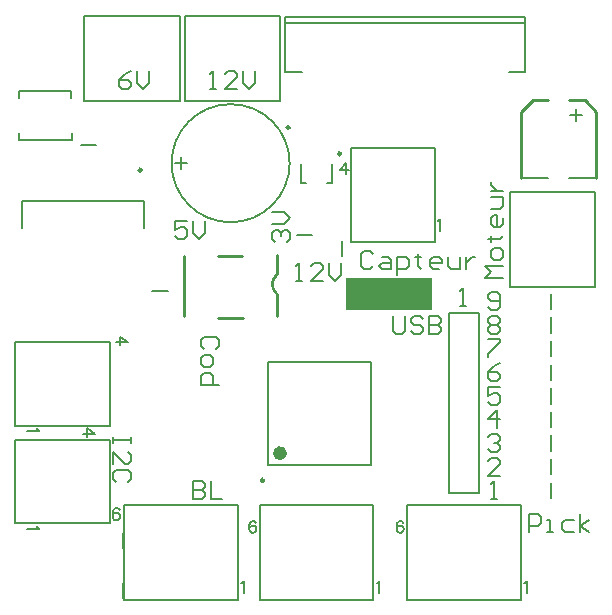
<source format=gto>
G04 Layer_Color=65535*
%FSLAX25Y25*%
%MOIN*%
G70*
G01*
G75*
%ADD23C,0.00787*%
%ADD45C,0.00984*%
%ADD46C,0.02362*%
%ADD47C,0.01000*%
%ADD48C,0.00500*%
%ADD49R,0.28543X0.10827*%
D23*
X171850Y-19134D02*
Y-630D01*
X91929Y-19134D02*
Y-630D01*
X171850D01*
X91929Y-2598D02*
X171850D01*
X91929Y-19134D02*
X97425D01*
X166433D02*
X171850D01*
X44980Y-70965D02*
Y-62106D01*
X4035D02*
X44980D01*
X4035Y-70965D02*
Y-62106D01*
X86221Y-150000D02*
X120472D01*
X86221Y-115748D02*
X120472D01*
X86221Y-150000D02*
Y-115748D01*
X120472Y-150000D02*
Y-115748D01*
X3051Y-25492D02*
X20669D01*
X3051Y-27756D02*
Y-25492D01*
X20669Y-27756D02*
Y-25492D01*
X3150Y-41634D02*
Y-39370D01*
X20768Y-41634D02*
Y-39370D01*
X3150Y-41634D02*
X20768D01*
X37992Y-177756D02*
Y-172638D01*
Y-194488D02*
Y-189370D01*
X110827Y-80315D02*
Y-75197D01*
X47638Y-91929D02*
X52756D01*
X23720Y-43406D02*
X28839D01*
X186516Y-54331D02*
X195669D01*
X170571Y-54429D02*
X179626D01*
X97244Y-56102D02*
Y-49705D01*
X107480Y-56102D02*
Y-49705D01*
X105709Y-56102D02*
X107480D01*
X97244D02*
X99016D01*
X95866Y-73425D02*
X100984D01*
X180512Y-161024D02*
Y-155905D01*
Y-153150D02*
Y-148031D01*
Y-145276D02*
Y-140157D01*
Y-137402D02*
Y-132283D01*
X180512Y-121653D02*
Y-116535D01*
Y-113779D02*
Y-108661D01*
Y-105905D02*
Y-100787D01*
X180512Y-98032D02*
Y-92913D01*
Y-129528D02*
Y-124409D01*
X146575Y-159331D02*
Y-99331D01*
X156575Y-159331D02*
Y-99331D01*
X146575D02*
X156575D01*
X146575Y-159331D02*
X156575D01*
X9092Y-137795D02*
X9279Y-138170D01*
X9842Y-138733D01*
X5906D01*
X39369Y-109158D02*
X36745Y-107283D01*
Y-110095D01*
X39369Y-109158D02*
X35433D01*
X77087Y-189447D02*
X77461Y-189260D01*
X78024Y-188698D01*
Y-192634D01*
X36698Y-165032D02*
X36511Y-164657D01*
X35948Y-164469D01*
X35573D01*
X35011Y-164657D01*
X34636Y-165219D01*
X34449Y-166156D01*
Y-167094D01*
X34636Y-167843D01*
X35011Y-168218D01*
X35573Y-168405D01*
X35761D01*
X36323Y-168218D01*
X36698Y-167843D01*
X36885Y-167281D01*
Y-167094D01*
X36698Y-166531D01*
X36323Y-166156D01*
X35761Y-165969D01*
X35573D01*
X35011Y-166156D01*
X34636Y-166531D01*
X34449Y-167094D01*
X9092Y-170276D02*
X9279Y-170650D01*
X9842Y-171213D01*
X5906D01*
X28543Y-139670D02*
X25918Y-137795D01*
Y-140607D01*
X28543Y-139670D02*
X24606D01*
X171575Y-189447D02*
X171950Y-189260D01*
X172512Y-188698D01*
Y-192634D01*
X131324Y-169260D02*
X131137Y-168885D01*
X130574Y-168698D01*
X130199D01*
X129637Y-168885D01*
X129262Y-169447D01*
X129075Y-170385D01*
Y-171322D01*
X129262Y-172072D01*
X129637Y-172446D01*
X130199Y-172634D01*
X130387D01*
X130949Y-172446D01*
X131324Y-172072D01*
X131511Y-171509D01*
Y-171322D01*
X131324Y-170759D01*
X130949Y-170385D01*
X130387Y-170197D01*
X130199D01*
X129637Y-170385D01*
X129262Y-170759D01*
X129075Y-171322D01*
X142717Y-68664D02*
X143091Y-68476D01*
X143654Y-67914D01*
Y-71850D01*
X112111Y-49213D02*
X110236Y-51838D01*
X113048D01*
X112111Y-49213D02*
Y-53150D01*
X82111Y-169260D02*
X81924Y-168885D01*
X81362Y-168698D01*
X80987D01*
X80424Y-168885D01*
X80050Y-169447D01*
X79862Y-170385D01*
Y-171322D01*
X80050Y-172072D01*
X80424Y-172446D01*
X80987Y-172634D01*
X81174D01*
X81737Y-172446D01*
X82111Y-172072D01*
X82299Y-171509D01*
Y-171322D01*
X82111Y-170759D01*
X81737Y-170385D01*
X81174Y-170197D01*
X80987D01*
X80424Y-170385D01*
X80050Y-170759D01*
X79862Y-171322D01*
X122362Y-189447D02*
X122737Y-189260D01*
X123299Y-188698D01*
Y-192634D01*
D45*
X93405Y-37559D02*
G03*
X93405Y-37559I-492J0D01*
G01*
X44035Y-51673D02*
G03*
X44035Y-51673I-492J0D01*
G01*
X84842Y-155118D02*
G03*
X84842Y-155118I-492J0D01*
G01*
X110531Y-46260D02*
G03*
X110531Y-46260I-492J0D01*
G01*
D46*
X91339Y-146063D02*
G03*
X91339Y-146063I-1181J0D01*
G01*
D47*
X89089Y-86697D02*
G03*
X88891Y-92684I2569J-3082D01*
G01*
X58161Y-100425D02*
Y-80425D01*
X89161Y-86425D02*
Y-80175D01*
Y-100425D02*
Y-92925D01*
X69661Y-80425D02*
X77661D01*
X69661Y-100925D02*
X77756D01*
X191732Y-28346D02*
X195571Y-32185D01*
X195669Y-54331D02*
Y-32283D01*
X192126Y-28740D02*
X195669Y-32283D01*
X186614Y-28346D02*
X191732D01*
X174409Y-28445D02*
X179528D01*
X170571Y-32283D02*
X174409Y-28445D01*
X170473Y-54331D02*
Y-32382D01*
Y-54331D02*
X170571Y-54429D01*
D48*
X93405Y-49409D02*
G03*
X93405Y-49409I-19685J0D01*
G01*
X58367Y-28543D02*
X90256D01*
Y-197D01*
X58367D02*
X90256D01*
X58367Y-28543D02*
Y-197D01*
X1969Y-136969D02*
X33465D01*
X1969D02*
Y-109095D01*
X33465D01*
Y-136969D02*
Y-109095D01*
X38150Y-194882D02*
Y-163386D01*
X76024D01*
Y-194882D02*
Y-163386D01*
X38150Y-194882D02*
X76024D01*
X1969Y-169449D02*
X33465D01*
X1969D02*
Y-141575D01*
X33465D01*
Y-169449D02*
Y-141575D01*
X132638Y-194882D02*
Y-163386D01*
X170512D01*
Y-194882D02*
Y-163386D01*
X132638Y-194882D02*
X170512D01*
X141890Y-75787D02*
Y-44291D01*
X114016Y-75787D02*
X141890D01*
X114016D02*
Y-44291D01*
X141890D01*
X24902Y-28642D02*
X56792D01*
Y-295D01*
X24902D02*
X56792D01*
X24902Y-28642D02*
Y-295D01*
X166732Y-90748D02*
Y-58859D01*
Y-90748D02*
X195079D01*
Y-58859D01*
X166732D02*
X195079D01*
X57221Y-51409D02*
Y-47409D01*
X55221Y-49409D02*
X59220D01*
X83425Y-194882D02*
X121299D01*
Y-163386D01*
X83425D02*
X121299D01*
X83425Y-194882D02*
Y-163386D01*
X150106Y-96941D02*
X152106D01*
X151106D01*
Y-90943D01*
X150106Y-91943D01*
X59117Y-68805D02*
X55118D01*
Y-71804D01*
X57117Y-70804D01*
X58117D01*
X59117Y-71804D01*
Y-73804D01*
X58117Y-74803D01*
X56118D01*
X55118Y-73804D01*
X61116Y-68805D02*
Y-72804D01*
X63116Y-74803D01*
X65115Y-72804D01*
Y-68805D01*
X187008Y-33418D02*
X191007D01*
X189007Y-31419D02*
Y-35418D01*
X159449Y-101301D02*
X160449Y-100301D01*
X162448D01*
X163447Y-101301D01*
Y-102301D01*
X162448Y-103300D01*
X163447Y-104300D01*
Y-105299D01*
X162448Y-106299D01*
X160449D01*
X159449Y-105299D01*
Y-104300D01*
X160449Y-103300D01*
X159449Y-102301D01*
Y-101301D01*
X160449Y-103300D02*
X162448D01*
X163447Y-116049D02*
X161448Y-117049D01*
X159449Y-119048D01*
Y-121048D01*
X160449Y-122047D01*
X162448D01*
X163447Y-121048D01*
Y-120048D01*
X162448Y-119048D01*
X159449D01*
X162448Y-137795D02*
Y-131797D01*
X159449Y-134796D01*
X163447D01*
Y-153543D02*
X159449D01*
X163447Y-149545D01*
Y-148545D01*
X162448Y-147545D01*
X160449D01*
X159449Y-148545D01*
Y-108175D02*
X163447D01*
Y-109175D01*
X159449Y-113174D01*
Y-114173D01*
X163447Y-123923D02*
X159449D01*
Y-126922D01*
X161448Y-125923D01*
X162448D01*
X163447Y-126922D01*
Y-128922D01*
X162448Y-129921D01*
X160449D01*
X159449Y-128922D01*
Y-140671D02*
X160449Y-139671D01*
X162448D01*
X163447Y-140671D01*
Y-141671D01*
X162448Y-142670D01*
X161448D01*
X162448D01*
X163447Y-143670D01*
Y-144670D01*
X162448Y-145669D01*
X160449D01*
X159449Y-144670D01*
X68975Y-111282D02*
X69974Y-110283D01*
Y-108283D01*
X68975Y-107283D01*
X64976D01*
X63976Y-108283D01*
Y-110283D01*
X64976Y-111282D01*
X63976Y-114281D02*
Y-116280D01*
X64976Y-117280D01*
X66975D01*
X67975Y-116280D01*
Y-114281D01*
X66975Y-113282D01*
X64976D01*
X63976Y-114281D01*
X69974Y-123278D02*
X63976D01*
Y-120279D01*
X64976Y-119280D01*
X66975D01*
X67975Y-120279D01*
Y-123278D01*
X88506Y-75787D02*
X87506Y-74788D01*
Y-72788D01*
X88506Y-71789D01*
X89505D01*
X90505Y-72788D01*
Y-73788D01*
Y-72788D01*
X91505Y-71789D01*
X92504D01*
X93504Y-72788D01*
Y-74788D01*
X92504Y-75787D01*
X87506Y-69789D02*
X91505D01*
X93504Y-67790D01*
X91505Y-65791D01*
X87506D01*
X95472Y-88583D02*
X97472D01*
X96472D01*
Y-82585D01*
X95472Y-83584D01*
X104470Y-88583D02*
X100471D01*
X104470Y-84584D01*
Y-83584D01*
X103470Y-82585D01*
X101470D01*
X100471Y-83584D01*
X106469Y-82585D02*
Y-86583D01*
X108468Y-88583D01*
X110468Y-86583D01*
Y-82585D01*
X61024Y-155419D02*
Y-161417D01*
X64023D01*
X65022Y-160418D01*
Y-159418D01*
X64023Y-158418D01*
X61024D01*
X64023D01*
X65022Y-157419D01*
Y-156419D01*
X64023Y-155419D01*
X61024D01*
X67022D02*
Y-161417D01*
X71020D01*
X173228Y-172244D02*
Y-166246D01*
X176227D01*
X177227Y-167246D01*
Y-169245D01*
X176227Y-170245D01*
X173228D01*
X179226Y-172244D02*
X181226D01*
X180226D01*
Y-168245D01*
X179226D01*
X188224D02*
X185224D01*
X184225Y-169245D01*
Y-171244D01*
X185224Y-172244D01*
X188224D01*
X190223D02*
Y-166246D01*
Y-170245D02*
X193222Y-168245D01*
X190223Y-170245D02*
X193222Y-172244D01*
X40447Y-140748D02*
Y-142747D01*
Y-141748D01*
X34449D01*
Y-140748D01*
Y-142747D01*
Y-149745D02*
Y-145746D01*
X38447Y-149745D01*
X39447D01*
X40447Y-148745D01*
Y-146746D01*
X39447Y-145746D01*
Y-155743D02*
X40447Y-154744D01*
Y-152744D01*
X39447Y-151744D01*
X35449D01*
X34449Y-152744D01*
Y-154744D01*
X35449Y-155743D01*
X121125Y-79647D02*
X120125Y-78648D01*
X118126D01*
X117126Y-79647D01*
Y-83646D01*
X118126Y-84646D01*
X120125D01*
X121125Y-83646D01*
X124124Y-80647D02*
X126123D01*
X127123Y-81647D01*
Y-84646D01*
X124124D01*
X123124Y-83646D01*
X124124Y-82646D01*
X127123D01*
X129122Y-86645D02*
Y-80647D01*
X132121D01*
X133121Y-81647D01*
Y-83646D01*
X132121Y-84646D01*
X129122D01*
X136120Y-79647D02*
Y-80647D01*
X135120D01*
X137119D01*
X136120D01*
Y-83646D01*
X137119Y-84646D01*
X143118D02*
X141118D01*
X140119Y-83646D01*
Y-81647D01*
X141118Y-80647D01*
X143118D01*
X144117Y-81647D01*
Y-82646D01*
X140119D01*
X146117Y-80647D02*
Y-83646D01*
X147116Y-84646D01*
X150115D01*
Y-80647D01*
X152115D02*
Y-84646D01*
Y-82646D01*
X153114Y-81647D01*
X154114Y-80647D01*
X155114D01*
X160433Y-161417D02*
X162432D01*
X161433D01*
Y-155419D01*
X160433Y-156419D01*
X159449Y-97426D02*
X160449Y-98425D01*
X162448D01*
X163447Y-97426D01*
Y-93427D01*
X162448Y-92427D01*
X160449D01*
X159449Y-93427D01*
Y-94427D01*
X160449Y-95426D01*
X163447D01*
X127953Y-100301D02*
Y-105299D01*
X128952Y-106299D01*
X130952D01*
X131951Y-105299D01*
Y-100301D01*
X137950Y-101301D02*
X136950Y-100301D01*
X134950D01*
X133951Y-101301D01*
Y-102301D01*
X134950Y-103300D01*
X136950D01*
X137950Y-104300D01*
Y-105299D01*
X136950Y-106299D01*
X134950D01*
X133951Y-105299D01*
X139949Y-100301D02*
Y-106299D01*
X142948D01*
X143948Y-105299D01*
Y-104300D01*
X142948Y-103300D01*
X139949D01*
X142948D01*
X143948Y-102301D01*
Y-101301D01*
X142948Y-100301D01*
X139949D01*
X164370Y-87598D02*
X158372D01*
X160371Y-85599D01*
X158372Y-83600D01*
X164370D01*
Y-80601D02*
Y-78601D01*
X163370Y-77602D01*
X161371D01*
X160371Y-78601D01*
Y-80601D01*
X161371Y-81600D01*
X163370D01*
X164370Y-80601D01*
X159372Y-74603D02*
X160371D01*
Y-75602D01*
Y-73603D01*
Y-74603D01*
X163370D01*
X164370Y-73603D01*
Y-67605D02*
Y-69604D01*
X163370Y-70604D01*
X161371D01*
X160371Y-69604D01*
Y-67605D01*
X161371Y-66605D01*
X162371D01*
Y-70604D01*
X160371Y-64606D02*
X163370D01*
X164370Y-63606D01*
Y-60607D01*
X160371D01*
Y-58608D02*
X164370D01*
X162371D01*
X161371Y-57608D01*
X160371Y-56608D01*
Y-55609D01*
X66929Y-24606D02*
X68928D01*
X67929D01*
Y-18608D01*
X66929Y-19608D01*
X75926Y-24606D02*
X71927D01*
X75926Y-20608D01*
Y-19608D01*
X74927Y-18608D01*
X72927D01*
X71927Y-19608D01*
X77926Y-18608D02*
Y-22607D01*
X79925Y-24606D01*
X81924Y-22607D01*
Y-18608D01*
X40416D02*
X38417Y-19608D01*
X36417Y-21607D01*
Y-23607D01*
X37417Y-24606D01*
X39416D01*
X40416Y-23607D01*
Y-22607D01*
X39416Y-21607D01*
X36417D01*
X42415Y-18608D02*
Y-22607D01*
X44415Y-24606D01*
X46414Y-22607D01*
Y-18608D01*
D49*
X126476Y-93012D02*
D03*
M02*

</source>
